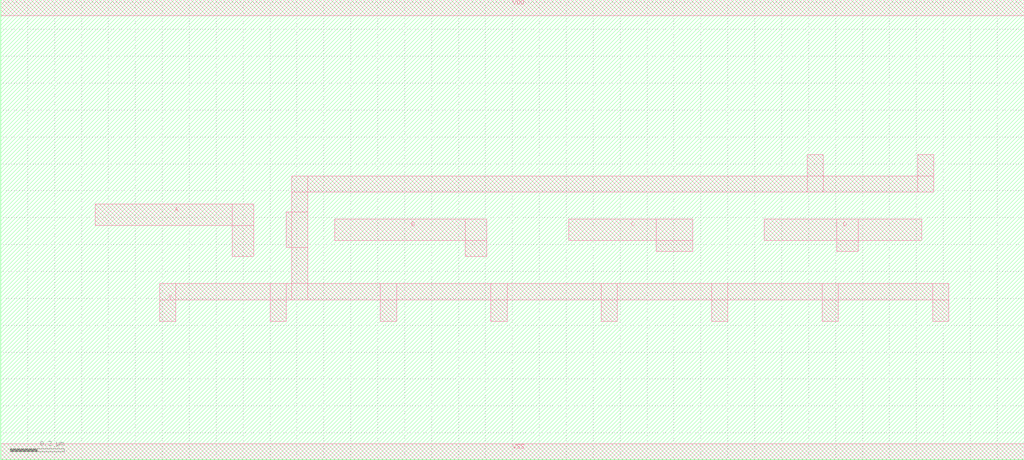
<source format=lef>
VERSION 5.8 ;

BUSBITCHARS "[]" ;

DIVIDERCHAR "/" ;

UNITS
    DATABASE MICRONS 2000 ;
END UNITS

MANUFACTURINGGRID 0.000500 ;

CLEARANCEMEASURE EUCLIDEAN ;
USEMINSPACING OBS ON ;

SITE CoreSite
    CLASS CORE ;
    SIZE 0.200000 BY 1.710000 ; 
END CoreSite

LAYER Metal1
    TYPE ROUTING ;
    DIRECTION HORIZONTAL ;
    MINWIDTH 0.060000 ;
    AREA 0.020000 ;
    WIDTH 0.060000 ;
    SPACING 0.060000 ;
    SPACING 0.090000 ENDOFLINE 0.090000 WITHIN 0.025000 ;
    SPACINGTABLE
    PARALLELRUNLENGTH
                       0.000000
      WIDTH  0.000000  0.060000
      WIDTH  0.100000  0.100000
      WIDTH  0.750000  0.250000
      WIDTH  1.500000  0.450000 ;
    PITCH 0.190000 0.190000 ;
END Metal1

LAYER Via1
    TYPE CUT ;
    SPACING 0.070000 ;
    WIDTH 0.06 ;
END Via1

LAYER Metal2
    TYPE ROUTING ;
    DIRECTION VERTICAL ;
    MINWIDTH 0.050000 ;
    AREA 0.020000 ;
    WIDTH 0.070000 ;
    SPACING 0.070000 ;
    SPACING 0.100000 ENDOFLINE 0.100000 WITHIN 0.035000 ;
    SPACINGTABLE
    PARALLELRUNLENGTH
                       0.000000
      WIDTH  0.000000  0.070000
      WIDTH  0.100000  0.150000
      WIDTH  0.750000  0.250000
      WIDTH  1.500000  0.450000 ;
    PITCH 0.200000 0.200000 ;
    PROPERTY LEF58_WIDTHTABLE
    "WIDTHTABLE 0.05 WRONGDIRECTION ; " ;
END Metal2

LAYER Via2
    TYPE CUT ;
    SPACING 0.070000 ;
    WIDTH 0.07 ;
END Via2

LAYER Metal3
    TYPE ROUTING ;
    DIRECTION HORIZONTAL ;
    MINWIDTH 0.070000 ;
    AREA 0.020000 ;
    WIDTH 0.070000 ;
    SPACING 0.070000 ;
    SPACING 0.100000 ENDOFLINE 0.100000 WITHIN 0.035000 ;
    SPACINGTABLE
    PARALLELRUNLENGTH
                       0.000000
      WIDTH  0.000000  0.070000
      WIDTH  0.100000  0.150000
      WIDTH  0.750000  0.250000
      WIDTH  1.500000  0.450000 ;
    PITCH 0.200000 0.200000 ;
END Metal3

LAYER Via3
    TYPE CUT ;
    SPACING 0.070000 ;
    WIDTH 0.07 ;
END Via3

LAYER Metal4
    TYPE ROUTING ;
    DIRECTION VERTICAL ;
    MINWIDTH 0.070000 ;
    AREA 0.020000 ;
    WIDTH 0.070000 ;
    SPACING 0.070000 ;
    SPACING 0.100000 ENDOFLINE 0.100000 WITHIN 0.035000 ;
    SPACINGTABLE
    PARALLELRUNLENGTH
                       0.000000
      WIDTH  0.000000  0.070000
      WIDTH  0.100000  0.150000
      WIDTH  0.750000  0.250000
      WIDTH  1.500000  0.450000 ;
    PITCH 0.200000 0.200000 ;
END Metal4

LAYER Via4
    TYPE CUT ;
    SPACING 0.070000 ;
    WIDTH 0.07 ;
END Via4

LAYER Metal5
    TYPE ROUTING ;
    DIRECTION HORIZONTAL ;
    MINWIDTH 0.070000 ;
    AREA 0.020000 ;
    WIDTH 0.070000 ;
    SPACING 0.070000 ;
    SPACING 0.100000 ENDOFLINE 0.100000 WITHIN 0.035000 ;
    SPACINGTABLE
    PARALLELRUNLENGTH
                       0.000000
      WIDTH  0.000000  0.070000
      WIDTH  0.100000  0.150000
      WIDTH  0.750000  0.250000
      WIDTH  1.500000  0.450000 ;
    PITCH 0.200000 0.200000 ;
END Metal5

LAYER Via5
    TYPE CUT ;
    SPACING 0.070000 ;
    WIDTH 0.07 ;
END Via5

LAYER Metal6
    TYPE ROUTING ;
    DIRECTION VERTICAL ;
    MINWIDTH 0.070000 ;
    AREA 0.020000 ;
    WIDTH 0.070000 ;
    SPACING 0.070000 ;
    SPACING 0.100000 ENDOFLINE 0.100000 WITHIN 0.035000 ;
    SPACINGTABLE
    PARALLELRUNLENGTH
                       0.000000
      WIDTH  0.000000  0.070000
      WIDTH  0.100000  0.150000
      WIDTH  0.750000  0.250000
      WIDTH  1.500000  0.450000 ;
    PITCH 0.200000 0.200000 ;
END Metal6

LAYER Via6
    TYPE CUT ;
    SPACING 0.070000 ;
    WIDTH 0.07 ;
END Via6

LAYER Metal7
    TYPE ROUTING ;
    DIRECTION HORIZONTAL ;
    MINWIDTH 0.070000 ;
    AREA 0.020000 ;
    WIDTH 0.070000 ;
    SPACING 0.070000 ;
    SPACING 0.100000 ENDOFLINE 0.100000 WITHIN 0.035000 ;
    SPACINGTABLE
    PARALLELRUNLENGTH
                       0.000000
      WIDTH  0.000000  0.070000
      WIDTH  0.100000  0.150000
      WIDTH  0.750000  0.250000
      WIDTH  1.500000  0.450000 ;
    PITCH 0.200000 0.200000 ;
END Metal7

LAYER Via7
    TYPE CUT ;
    SPACING 0.070000 ;
    WIDTH 0.07 ;
END Via7

LAYER Metal8
    TYPE ROUTING ;
    DIRECTION VERTICAL ;
    MINWIDTH 0.070000 ;
    AREA 0.020000 ;
    WIDTH 0.070000 ;
    SPACING 0.070000 ;
    SPACING 0.100000 ENDOFLINE 0.100000 WITHIN 0.035000 ;
    SPACINGTABLE
    PARALLELRUNLENGTH
                       0.000000
      WIDTH  0.000000  0.070000
      WIDTH  0.100000  0.150000
      WIDTH  0.750000  0.250000
      WIDTH  1.500000  0.450000 ;
    PITCH 0.200000 0.200000 ;
END Metal8

LAYER Via8
    TYPE CUT ;
    SPACING 0.070000 ;
    WIDTH 0.07 ;
END Via8

LAYER Metal9
    TYPE ROUTING ;
    DIRECTION HORIZONTAL ;
    MINWIDTH 0.070000 ;
    AREA 0.020000 ;
    WIDTH 0.070000 ;
    SPACING 0.070000 ;
    SPACING 0.100000 ENDOFLINE 0.100000 WITHIN 0.035000 ;
    SPACINGTABLE
    PARALLELRUNLENGTH
                       0.000000
      WIDTH  0.000000  0.070000
      WIDTH  0.100000  0.150000
      WIDTH  0.750000  0.250000
      WIDTH  1.500000  0.450000 ;
    PITCH 0.330000 0.330000 ;
END Metal9

LAYER OVERLAP
    TYPE OVERLAP ;
END OVERLAP

VIA VIA12_1C DEFAULT 
    LAYER Metal1 ;
        RECT -0.065000 -0.035000 0.065000 0.035000 ;
    LAYER Via1 ;
        RECT -0.035000 -0.035000 0.035000 0.035000 ;
    LAYER Metal2 ;
        RECT -0.035000 -0.065000 0.035000 0.065000 ;
END VIA12_1C

VIA VIA12_1C_H DEFAULT 
    LAYER Metal1 ;
        RECT -0.065000 -0.035000 0.065000 0.035000 ;
    LAYER Via1 ;
        RECT -0.035000 -0.035000 0.035000 0.035000 ;
    LAYER Metal2 ;
        RECT -0.065000 -0.035000 0.065000 0.035000 ;
END VIA12_1C_H

VIA VIA12_1C_V DEFAULT 
    LAYER Metal1 ;
        RECT -0.035000 -0.065000 0.035000 0.065000 ;
    LAYER Via1 ;
        RECT -0.035000 -0.035000 0.035000 0.035000 ;
    LAYER Metal2 ;
        RECT -0.035000 -0.065000 0.035000 0.065000 ;
END VIA12_1C_V

VIA VIA23_1C DEFAULT 
    LAYER Metal2 ;
        RECT -0.035000 -0.065000 0.035000 0.065000 ;
    LAYER Via2 ;
        RECT -0.035000 -0.035000 0.035000 0.035000 ;
    LAYER Metal3 ;
        RECT -0.065000 -0.035000 0.065000 0.035000 ;
END VIA23_1C

VIA VIA23_1C_H DEFAULT 
    LAYER Metal2 ;
        RECT -0.065000 -0.035000 0.065000 0.035000 ;
    LAYER Via2 ;
        RECT -0.035000 -0.035000 0.035000 0.035000 ;
    LAYER Metal3 ;
        RECT -0.065000 -0.035000 0.065000 0.035000 ;
END VIA23_1C_H

VIA VIA23_1C_V DEFAULT 
    LAYER Metal2 ;
        RECT -0.035000 -0.065000 0.035000 0.065000 ;
    LAYER Via2 ;
        RECT -0.035000 -0.035000 0.035000 0.035000 ;
    LAYER Metal3 ;
        RECT -0.035000 -0.065000 0.035000 0.065000 ;
END VIA23_1C_V

VIA VIA23_1ST_N DEFAULT 
    LAYER Metal2 ;
        RECT -0.035000 -0.065000 0.035000 0.325000 ;
    LAYER Via2 ;
        RECT -0.035000 -0.035000 0.035000 0.035000 ;
    LAYER Metal3 ;
        RECT -0.065000 -0.035000 0.065000 0.035000 ;
END VIA23_1ST_N

VIA VIA23_1ST_S DEFAULT 
    LAYER Metal2 ;
        RECT -0.035000 -0.325000 0.035000 0.065000 ;
    LAYER Via2 ;
        RECT -0.035000 -0.035000 0.035000 0.035000 ;
    LAYER Metal3 ;
        RECT -0.065000 -0.035000 0.065000 0.035000 ;
END VIA23_1ST_S

VIA VIA34_1C DEFAULT 
    LAYER Metal3 ;
        RECT -0.065000 -0.035000 0.065000 0.035000 ;
    LAYER Via3 ;
        RECT -0.035000 -0.035000 0.035000 0.035000 ;
    LAYER Metal4 ;
        RECT -0.035000 -0.065000 0.035000 0.065000 ;
END VIA34_1C

VIA VIA34_1C_H DEFAULT 
    LAYER Metal3 ;
        RECT -0.065000 -0.035000 0.065000 0.035000 ;
    LAYER Via3 ;
        RECT -0.035000 -0.035000 0.035000 0.035000 ;
    LAYER Metal4 ;
        RECT -0.065000 -0.035000 0.065000 0.035000 ;
END VIA34_1C_H

VIA VIA34_1C_V DEFAULT 
    LAYER Metal3 ;
        RECT -0.035000 -0.065000 0.035000 0.065000 ;
    LAYER Via3 ;
        RECT -0.035000 -0.035000 0.035000 0.035000 ;
    LAYER Metal4 ;
        RECT -0.035000 -0.065000 0.035000 0.065000 ;
END VIA34_1C_V

VIA VIA34_1ST_E DEFAULT 
    LAYER Metal3 ;
        RECT -0.065000 -0.035000 0.325000 0.035000 ;
    LAYER Via3 ;
        RECT -0.035000 -0.035000 0.035000 0.035000 ;
    LAYER Metal4 ;
        RECT -0.035000 -0.065000 0.035000 0.065000 ;
END VIA34_1ST_E

VIA VIA34_1ST_W DEFAULT 
    LAYER Metal3 ;
        RECT -0.325000 -0.035000 0.065000 0.035000 ;
    LAYER Via3 ;
        RECT -0.035000 -0.035000 0.035000 0.035000 ;
    LAYER Metal4 ;
        RECT -0.035000 -0.065000 0.035000 0.065000 ;
END VIA34_1ST_W

VIA VIA45_1C DEFAULT 
    LAYER Metal4 ;
        RECT -0.035000 -0.065000 0.035000 0.065000 ;
    LAYER Via4 ;
        RECT -0.035000 -0.035000 0.035000 0.035000 ;
    LAYER Metal5 ;
        RECT -0.065000 -0.035000 0.065000 0.035000 ;
END VIA45_1C

VIA VIA45_1C_H DEFAULT 
    LAYER Metal4 ;
        RECT -0.065000 -0.035000 0.065000 0.035000 ;
    LAYER Via4 ;
        RECT -0.035000 -0.035000 0.035000 0.035000 ;
    LAYER Metal5 ;
        RECT -0.065000 -0.035000 0.065000 0.035000 ;
END VIA45_1C_H

VIA VIA45_1C_V DEFAULT 
    LAYER Metal4 ;
        RECT -0.035000 -0.065000 0.035000 0.065000 ;
    LAYER Via4 ;
        RECT -0.035000 -0.035000 0.035000 0.035000 ;
    LAYER Metal5 ;
        RECT -0.035000 -0.065000 0.035000 0.065000 ;
END VIA45_1C_V

VIA VIA45_1ST_N DEFAULT 
    LAYER Metal4 ;
        RECT -0.035000 -0.065000 0.035000 0.325000 ;
    LAYER Via4 ;
        RECT -0.035000 -0.035000 0.035000 0.035000 ;
    LAYER Metal5 ;
        RECT -0.065000 -0.035000 0.065000 0.035000 ;
END VIA45_1ST_N

VIA VIA45_1ST_S DEFAULT 
    LAYER Metal4 ;
        RECT -0.035000 -0.325000 0.035000 0.065000 ;
    LAYER Via4 ;
        RECT -0.035000 -0.035000 0.035000 0.035000 ;
    LAYER Metal5 ;
        RECT -0.065000 -0.035000 0.065000 0.035000 ;
END VIA45_1ST_S

VIA VIA5_0_VH DEFAULT 
    LAYER Metal5 ;
        RECT -0.035000 -0.065000 0.035000 0.065000 ;
    LAYER Via5 ;
        RECT -0.035000 -0.035000 0.035000 0.035000 ;
    LAYER Metal6 ;
        RECT -0.065000 -0.035000 0.065000 0.035000 ;
END VIA5_0_VH

VIA VIA6_0_HV DEFAULT 
    LAYER Metal6 ;
        RECT -0.260000 -0.200000 0.260000 0.200000 ;
    LAYER Via6 ;
        RECT -0.180000 -0.180000 0.180000 0.180000 ;
    LAYER Metal7 ;
        RECT -0.200000 -0.260000 0.200000 0.260000 ;
END VIA6_0_HV

VIA VIA7_0_VH DEFAULT 
    LAYER Metal7 ;
        RECT -0.200000 -0.260000 0.200000 0.260000 ;
    LAYER Via7 ;
        RECT -0.180000 -0.180000 0.180000 0.180000 ;
    LAYER Metal8 ;
        RECT -0.260000 -0.200000 0.260000 0.200000 ;
END VIA7_0_VH

VIA VIA8_0_VH DEFAULT 
    LAYER Metal8 ;
        RECT -0.200000 -0.260000 0.200000 0.260000 ;
    LAYER Via8 ;
        RECT -0.180000 -0.180000 0.180000 0.180000 ;
    LAYER Metal9 ;
        RECT -0.260000 -0.200000 0.260000 0.200000 ;
END VIA8_0_VH


MACRO AOI221X2
    CLASS CORE ;
    FOREIGN AOI221X2 0.000000 0.000000 ;
    ORIGIN 0.000000 0.000000 ;
    SIZE 2.600000 BY 1.710000 ;
    SYMMETRY X Y ;
    SITE CoreSite ; 
    PIN A0
        DIRECTION INPUT ;
        USE SIGNAL ;
        PORT
        LAYER Metal1 ;
        RECT 0.235000 0.625000 0.365000 0.715000 ;
        RECT 0.285000 0.610000 0.960000 0.690000 ;
        RECT 0.285000 0.610000 0.365000 0.715000 ;
        RECT 0.235000 0.625000 0.960000 0.690000 ;
        END
    END A0
    PIN A1
        DIRECTION INPUT ;
        USE SIGNAL ;
        PORT
        LAYER Metal1 ;
        RECT 0.660000 0.765000 0.740000 1.065000 ;
        END
    END A1
    PIN B0
        DIRECTION INPUT ;
        USE SIGNAL ;
        PORT
        LAYER Metal1 ;
        RECT 1.635000 0.625000 1.765000 0.715000 ;
        RECT 1.240000 0.635000 1.935000 0.715000 ;
        END
    END B0
    PIN B1
        DIRECTION INPUT ;
        USE SIGNAL ;
        PORT
        LAYER Metal1 ;
        RECT 1.435000 0.815000 1.935000 0.895000 ;
        END
    END B1
    PIN C0
        DIRECTION INPUT ;
        USE SIGNAL ;
        PORT
        LAYER Metal1 ;
        RECT 2.065000 0.815000 2.565000 0.895000 ;
        END
    END C0
    PIN VDD
        DIRECTION INOUT ;
        SHAPE ABUTMENT ;
        USE POWER ;
        PORT
        LAYER Metal1 ;
        RECT 0.000000 1.650000 2.600000 1.710000 ;
        END
    END VDD
    PIN VSS
        DIRECTION INOUT ;
        SHAPE ABUTMENT ;
        USE GROUND ;
        PORT
        LAYER Metal1 ;
        RECT 0.000000 0.000000 2.600000 0.060000 ;
        END
    END VSS
    PIN Y
        DIRECTION OUTPUT ;
        USE SIGNAL ;
        PORT
        LAYER Metal1 ;
        RECT 1.060000 0.790000 1.140000 0.920000 ;
        RECT 2.220000 0.995000 2.280000 1.135000 ;
        RECT 1.080000 0.995000 2.280000 1.055000 ;
        RECT 1.080000 0.450000 1.140000 1.055000 ;
        RECT 0.605000 0.450000 2.170000 0.510000 ;
        END
    END Y
END AOI221X2

MACRO NAND3X2
    CLASS CORE ;
    FOREIGN NAND3X2 0.000000 0.000000 ;
    ORIGIN 0.000000 0.000000 ;
    SIZE 1.600000 BY 1.710000 ;
    SYMMETRY X Y ;
    SITE CoreSite ; 
    PIN A
        DIRECTION INPUT ;
        USE SIGNAL ;
        PORT
        LAYER Metal1 ;
        RECT 0.260000 0.600000 0.370000 0.735000 ;
        RECT 1.240000 0.495000 1.300000 0.735000 ;
        RECT 0.310000 0.495000 1.300000 0.555000 ;
        RECT 0.310000 0.495000 0.370000 0.735000 ;
        END
    END A
    PIN B
        DIRECTION INPUT ;
        USE SIGNAL ;
        PORT
        LAYER Metal1 ;
        RECT 1.060000 0.655000 1.140000 0.920000 ;
        RECT 0.470000 0.655000 1.140000 0.715000 ;
        END
    END B
    PIN C
        DIRECTION INPUT ;
        USE SIGNAL ;
        PORT
        LAYER Metal1 ;
        RECT 0.520000 0.815000 0.765000 0.955000 ;
        RECT 0.520000 0.815000 0.960000 0.895000 ;
        END
    END C
    PIN VDD
        DIRECTION INOUT ;
        SHAPE ABUTMENT ;
        USE POWER ;
        PORT
        LAYER Metal1 ;
        RECT 0.000000 1.650000 1.600000 1.710000 ;
        END
    END VDD
    PIN VSS
        DIRECTION INOUT ;
        SHAPE ABUTMENT ;
        USE GROUND ;
        PORT
        LAYER Metal1 ;
        RECT 0.000000 0.000000 1.600000 0.060000 ;
        END
    END VSS
    PIN Y
        DIRECTION OUTPUT ;
        USE SIGNAL ;
        PORT
        LAYER Metal1 ;
        RECT 1.435000 1.005000 1.565000 1.115000 ;
        RECT 0.360000 1.055000 0.430000 1.335000 ;
        RECT 1.505000 0.335000 1.565000 1.115000 ;
        RECT 1.190000 1.055000 1.250000 1.335000 ;
        RECT 0.795000 0.335000 1.565000 0.395000 ;
        RECT 0.780000 1.055000 0.840000 1.335000 ;
        RECT 0.360000 1.055000 1.565000 1.115000 ;
        END
    END Y
END NAND3X2

MACRO AOI222X1
    CLASS CORE ;
    FOREIGN AOI222X1 0.000000 0.000000 ;
    ORIGIN 0.000000 0.000000 ;
    SIZE 1.800000 BY 1.710000 ;
    SYMMETRY X Y ;
    SITE CoreSite ; 
    PIN A0
        DIRECTION INPUT ;
        USE SIGNAL ;
        PORT
        LAYER Metal1 ;
        RECT 0.260000 0.490000 0.340000 0.990000 ;
        END
    END A0
    PIN A1
        DIRECTION INPUT ;
        USE SIGNAL ;
        PORT
        LAYER Metal1 ;
        RECT 0.460000 0.220000 0.545000 0.715000 ;
        END
    END A1
    PIN B0
        DIRECTION INPUT ;
        USE SIGNAL ;
        PORT
        LAYER Metal1 ;
        RECT 0.880000 0.860000 1.095000 1.100000 ;
        RECT 0.860000 0.755000 0.940000 0.920000 ;
        RECT 0.880000 0.755000 0.940000 1.100000 ;
        RECT 0.860000 0.860000 1.095000 0.920000 ;
        END
    END B0
    PIN B1
        DIRECTION INPUT ;
        USE SIGNAL ;
        PORT
        LAYER Metal1 ;
        RECT 0.660000 0.620000 0.760000 0.920000 ;
        RECT 0.680000 0.620000 0.760000 1.100000 ;
        END
    END B1
    PIN C0
        DIRECTION INPUT ;
        USE SIGNAL ;
        PORT
        LAYER Metal1 ;
        RECT 1.195000 0.790000 1.340000 0.920000 ;
        RECT 1.195000 0.790000 1.275000 1.225000 ;
        END
    END C0
    PIN C1
        DIRECTION INPUT ;
        USE SIGNAL ;
        PORT
        LAYER Metal1 ;
        RECT 1.440000 0.620000 1.540000 1.100000 ;
        END
    END C1
    PIN VDD
        DIRECTION INOUT ;
        SHAPE ABUTMENT ;
        USE POWER ;
        PORT
        LAYER Metal1 ;
        RECT 0.000000 1.650000 1.800000 1.710000 ;
        END
    END VDD
    PIN VSS
        DIRECTION INOUT ;
        SHAPE ABUTMENT ;
        USE GROUND ;
        PORT
        LAYER Metal1 ;
        RECT 0.000000 0.000000 1.800000 0.060000 ;
        END
    END VSS
    PIN Y
        DIRECTION OUTPUT ;
        USE SIGNAL ;
        PORT
        LAYER Metal1 ;
        RECT 1.450000 0.410000 1.720000 0.520000 ;
        RECT 1.660000 0.980000 1.740000 1.260000 ;
        RECT 1.660000 0.410000 1.720000 1.260000 ;
        RECT 1.375000 1.200000 1.740000 1.260000 ;
        RECT 1.375000 1.200000 1.435000 1.320000 ;
        RECT 0.760000 0.460000 1.720000 0.520000 ;
        RECT 0.760000 0.380000 0.820000 0.520000 ;
        END
    END Y
END AOI222X1

MACRO NOR4X4
    CLASS CORE ;
    FOREIGN NOR4X4 0.000000 0.000000 ;
    ORIGIN 0.000000 0.000000 ;
    SIZE 3.800000 BY 1.710000 ;
    SYMMETRY X Y ;
    SITE CoreSite ; 
    PIN A
        DIRECTION INPUT ;
        USE SIGNAL ;
        PORT
        LAYER Metal1 ;
        RECT 0.860000 0.755000 0.940000 0.950000 ;
        RECT 0.350000 0.870000 0.940000 0.950000 ;
        END
    END A
    PIN B
        DIRECTION INPUT ;
        USE SIGNAL ;
        PORT
        LAYER Metal1 ;
        RECT 1.725000 0.755000 1.805000 0.895000 ;
        RECT 1.240000 0.815000 1.805000 0.895000 ;
        END
    END B
    PIN C
        DIRECTION INPUT ;
        USE SIGNAL ;
        PORT
        LAYER Metal1 ;
        RECT 2.435000 0.775000 2.570000 0.895000 ;
        RECT 2.110000 0.815000 2.570000 0.895000 ;
        END
    END C
    PIN D
        DIRECTION INPUT ;
        USE SIGNAL ;
        PORT
        LAYER Metal1 ;
        RECT 3.105000 0.775000 3.185000 0.895000 ;
        RECT 2.835000 0.815000 3.420000 0.895000 ;
        END
    END D
    PIN VDD
        DIRECTION INOUT ;
        SHAPE ABUTMENT ;
        USE POWER ;
        PORT
        LAYER Metal1 ;
        RECT 0.000000 1.650000 3.800000 1.710000 ;
        END
    END VDD
    PIN VSS
        DIRECTION INOUT ;
        SHAPE ABUTMENT ;
        USE GROUND ;
        PORT
        LAYER Metal1 ;
        RECT 0.000000 0.000000 3.800000 0.060000 ;
        END
    END VSS
    PIN Y
        DIRECTION OUTPUT ;
        USE SIGNAL ;
        PORT
        LAYER Metal1 ;
        RECT 1.060000 0.790000 1.140000 0.920000 ;
        RECT 3.460000 0.515000 3.520000 0.655000 ;
        RECT 3.405000 0.995000 3.465000 1.135000 ;
        RECT 3.050000 0.515000 3.110000 0.655000 ;
        RECT 2.995000 0.995000 3.055000 1.135000 ;
        RECT 2.640000 0.515000 2.700000 0.655000 ;
        RECT 2.230000 0.515000 2.290000 0.655000 ;
        RECT 1.820000 0.515000 1.880000 0.655000 ;
        RECT 1.410000 0.515000 1.470000 0.655000 ;
        RECT 1.080000 0.995000 3.465000 1.055000 ;
        RECT 1.080000 0.595000 1.140000 1.055000 ;
        RECT 1.000000 0.515000 1.060000 0.655000 ;
        RECT 0.590000 0.595000 3.520000 0.655000 ;
        RECT 0.590000 0.515000 0.650000 0.655000 ;
        END
    END Y
END NOR4X4

MACRO NOR4X2
    CLASS CORE ;
    FOREIGN NOR4X2 0.000000 0.000000 ;
    ORIGIN 0.000000 0.000000 ;
    SIZE 2.000000 BY 1.710000 ;
    SYMMETRY X Y ;
    SITE CoreSite ; 
    PIN A
        DIRECTION INPUT ;
        USE SIGNAL ;
        PORT
        LAYER Metal1 ;
        RECT 1.660000 0.980000 1.740000 1.185000 ;
        RECT 1.680000 0.820000 1.740000 1.185000 ;
        RECT 0.260000 1.125000 1.740000 1.185000 ;
        RECT 0.260000 0.820000 0.320000 1.185000 ;
        END
    END A
    PIN B
        DIRECTION INPUT ;
        USE SIGNAL ;
        PORT
        LAYER Metal1 ;
        RECT 0.460000 0.790000 0.540000 0.920000 ;
        RECT 1.435000 0.845000 1.495000 1.025000 ;
        RECT 0.480000 0.965000 1.495000 1.025000 ;
        RECT 0.480000 0.790000 0.540000 1.025000 ;
        RECT 0.420000 0.835000 0.540000 0.895000 ;
        END
    END B
    PIN C
        DIRECTION INPUT ;
        USE SIGNAL ;
        PORT
        LAYER Metal1 ;
        RECT 1.275000 0.625000 1.565000 0.705000 ;
        RECT 1.275000 0.625000 1.335000 0.865000 ;
        RECT 0.640000 0.805000 1.335000 0.865000 ;
        END
    END C
    PIN D
        DIRECTION INPUT ;
        USE SIGNAL ;
        PORT
        LAYER Metal1 ;
        RECT 0.640000 0.625000 1.140000 0.705000 ;
        END
    END D
    PIN VDD
        DIRECTION INOUT ;
        SHAPE ABUTMENT ;
        USE POWER ;
        PORT
        LAYER Metal1 ;
        RECT 0.000000 1.650000 2.000000 1.710000 ;
        END
    END VDD
    PIN VSS
        DIRECTION INOUT ;
        SHAPE ABUTMENT ;
        USE GROUND ;
        PORT
        LAYER Metal1 ;
        RECT 0.000000 0.000000 2.000000 0.060000 ;
        END
    END VSS
    PIN Y
        DIRECTION OUTPUT ;
        USE SIGNAL ;
        PORT
        LAYER Metal1 ;
        RECT 1.860000 1.170000 1.940000 1.345000 ;
        RECT 1.595000 0.445000 1.715000 0.525000 ;
        RECT 1.155000 0.445000 1.275000 0.525000 ;
        RECT 0.715000 0.445000 0.835000 0.525000 ;
        RECT 1.880000 0.465000 1.940000 1.345000 ;
        RECT 1.010000 1.285000 1.940000 1.345000 ;
        RECT 0.345000 0.465000 1.940000 0.525000 ;
        RECT 0.275000 0.445000 0.395000 0.505000 ;
        END
    END Y
END NOR4X2

MACRO NAND4X2
    CLASS CORE ;
    FOREIGN NAND4X2 0.000000 0.000000 ;
    ORIGIN 0.000000 0.000000 ;
    SIZE 2.200000 BY 1.710000 ;
    SYMMETRY X Y ;
    SITE CoreSite ; 
    PIN A
        DIRECTION INPUT ;
        USE SIGNAL ;
        PORT
        LAYER Metal1 ;
        RECT 1.860000 0.820000 1.940000 1.185000 ;
        RECT 0.260000 1.125000 1.940000 1.185000 ;
        RECT 0.260000 0.820000 0.320000 1.185000 ;
        END
    END A
    PIN B
        DIRECTION INPUT ;
        USE SIGNAL ;
        PORT
        LAYER Metal1 ;
        RECT 0.460000 0.790000 0.540000 0.920000 ;
        RECT 1.600000 0.845000 1.660000 1.025000 ;
        RECT 0.480000 0.965000 1.660000 1.025000 ;
        RECT 0.480000 0.790000 0.540000 1.025000 ;
        RECT 0.420000 0.835000 0.540000 0.895000 ;
        END
    END B
    PIN C
        DIRECTION INPUT ;
        USE SIGNAL ;
        PORT
        LAYER Metal1 ;
        RECT 1.235000 0.625000 1.395000 0.705000 ;
        RECT 1.335000 0.625000 1.395000 0.865000 ;
        RECT 0.685000 0.805000 1.395000 0.865000 ;
        END
    END C
    PIN D
        DIRECTION INPUT ;
        USE SIGNAL ;
        PORT
        LAYER Metal1 ;
        RECT 0.860000 0.625000 1.135000 0.705000 ;
        RECT 0.860000 0.400000 0.940000 0.705000 ;
        END
    END D
    PIN VDD
        DIRECTION INOUT ;
        SHAPE ABUTMENT ;
        USE POWER ;
        PORT
        LAYER Metal1 ;
        RECT 0.000000 1.650000 2.200000 1.710000 ;
        END
    END VDD
    PIN VSS
        DIRECTION INOUT ;
        SHAPE ABUTMENT ;
        USE GROUND ;
        PORT
        LAYER Metal1 ;
        RECT 0.000000 0.000000 2.200000 0.060000 ;
        END
    END VSS
    PIN Y
        DIRECTION OUTPUT ;
        USE SIGNAL ;
        PORT
        LAYER Metal1 ;
        RECT 2.060000 1.170000 2.140000 1.345000 ;
        RECT 2.060000 0.465000 2.120000 1.345000 ;
        RECT 1.730000 1.285000 1.790000 1.405000 ;
        RECT 1.260000 1.285000 1.320000 1.405000 ;
        RECT 1.185000 0.465000 2.120000 0.525000 ;
        RECT 1.070000 0.445000 1.235000 0.505000 ;
        RECT 0.790000 1.285000 0.850000 1.405000 ;
        RECT 0.320000 1.285000 2.140000 1.345000 ;
        RECT 0.320000 1.285000 0.380000 1.405000 ;
        END
    END Y
END NAND4X2

MACRO BUFX3
    CLASS CORE ;
    FOREIGN BUFX3 0.000000 0.000000 ;
    ORIGIN 0.000000 0.000000 ;
    SIZE 1.200000 BY 1.710000 ;
    SYMMETRY X Y ;
    SITE CoreSite ; 
    PIN A
        DIRECTION INPUT ;
        USE SIGNAL ;
        PORT
        LAYER Metal1 ;
        RECT 0.860000 0.720000 0.940000 1.220000 ;
        END
    END A
    PIN VDD
        DIRECTION INOUT ;
        SHAPE ABUTMENT ;
        USE POWER ;
        PORT
        LAYER Metal1 ;
        RECT 0.000000 1.650000 1.200000 1.710000 ;
        END
    END VDD
    PIN VSS
        DIRECTION INOUT ;
        SHAPE ABUTMENT ;
        USE GROUND ;
        PORT
        LAYER Metal1 ;
        RECT 0.000000 0.000000 1.200000 0.060000 ;
        END
    END VSS
    PIN Y
        DIRECTION OUTPUT ;
        USE SIGNAL ;
        PORT
        LAYER Metal1 ;
        RECT 0.260000 0.980000 0.340000 1.110000 ;
        RECT 0.625000 1.050000 0.685000 1.440000 ;
        RECT 0.585000 0.345000 0.645000 0.465000 ;
        RECT 0.540000 0.405000 0.645000 0.465000 ;
        RECT 0.540000 0.405000 0.600000 0.620000 ;
        RECT 0.260000 0.560000 0.320000 1.110000 ;
        RECT 0.215000 1.050000 0.685000 1.110000 ;
        RECT 0.215000 1.050000 0.275000 1.440000 ;
        RECT 0.175000 0.560000 0.600000 0.620000 ;
        RECT 0.175000 0.480000 0.235000 0.620000 ;
        END
    END Y
END BUFX3

MACRO AOI22X2
    CLASS CORE ;
    FOREIGN AOI22X2 0.000000 0.000000 ;
    ORIGIN 0.000000 0.000000 ;
    SIZE 2.200000 BY 1.710000 ;
    SYMMETRY X Y ;
    SITE CoreSite ; 
    PIN A0
        DIRECTION INPUT ;
        USE SIGNAL ;
        PORT
        LAYER Metal1 ;
        RECT 0.840000 0.635000 1.065000 0.715000 ;
        RECT 0.840000 0.575000 0.920000 0.715000 ;
        RECT 0.480000 0.575000 0.920000 0.655000 ;
        RECT 0.480000 0.575000 0.560000 0.705000 ;
        RECT 0.235000 0.625000 0.560000 0.705000 ;
        END
    END A0
    PIN A1
        DIRECTION INPUT ;
        USE SIGNAL ;
        PORT
        LAYER Metal1 ;
        RECT 0.655000 0.715000 0.745000 0.960000 ;
        END
    END A1
    PIN B0
        DIRECTION INPUT ;
        USE SIGNAL ;
        PORT
        LAYER Metal1 ;
        RECT 1.840000 0.580000 1.960000 0.895000 ;
        RECT 1.840000 0.815000 2.165000 0.895000 ;
        RECT 1.500000 0.580000 1.960000 0.640000 ;
        RECT 1.500000 0.580000 1.560000 0.715000 ;
        RECT 1.325000 0.655000 1.560000 0.715000 ;
        END
    END B0
    PIN B1
        DIRECTION INPUT ;
        USE SIGNAL ;
        PORT
        LAYER Metal1 ;
        RECT 1.660000 0.740000 1.740000 1.030000 ;
        END
    END B1
    PIN VDD
        DIRECTION INOUT ;
        SHAPE ABUTMENT ;
        USE POWER ;
        PORT
        LAYER Metal1 ;
        RECT 0.000000 1.650000 2.200000 1.710000 ;
        END
    END VDD
    PIN VSS
        DIRECTION INOUT ;
        SHAPE ABUTMENT ;
        USE GROUND ;
        PORT
        LAYER Metal1 ;
        RECT 0.000000 0.000000 2.200000 0.060000 ;
        END
    END VSS
    PIN Y
        DIRECTION OUTPUT ;
        USE SIGNAL ;
        PORT
        LAYER Metal1 ;
        RECT 1.035000 0.815000 1.225000 0.895000 ;
        RECT 1.840000 0.995000 1.900000 1.165000 ;
        RECT 1.430000 1.105000 1.900000 1.165000 ;
        RECT 1.430000 0.835000 1.490000 1.165000 ;
        RECT 1.165000 0.415000 1.225000 0.895000 ;
        RECT 1.035000 0.835000 1.490000 0.895000 ;
        RECT 0.710000 0.415000 1.685000 0.475000 ;
        END
    END Y
END AOI22X2

MACRO OR4X1
    CLASS CORE ;
    FOREIGN OR4X1 0.000000 0.000000 ;
    ORIGIN 0.000000 0.000000 ;
    SIZE 1.400000 BY 1.710000 ;
    SYMMETRY X Y ;
    SITE CoreSite ; 
    PIN A
        DIRECTION INPUT ;
        USE SIGNAL ;
        PORT
        LAYER Metal1 ;
        RECT 1.060000 0.475000 1.140000 0.765000 ;
        RECT 0.850000 0.685000 1.140000 0.765000 ;
        END
    END A
    PIN B
        DIRECTION INPUT ;
        USE SIGNAL ;
        PORT
        LAYER Metal1 ;
        RECT 0.460000 0.980000 0.590000 1.070000 ;
        RECT 0.510000 0.660000 0.590000 1.070000 ;
        RECT 0.460000 0.980000 0.540000 1.110000 ;
        END
    END B
    PIN C
        DIRECTION INPUT ;
        USE SIGNAL ;
        PORT
        LAYER Metal1 ;
        RECT 0.330000 0.590000 0.410000 0.870000 ;
        RECT 0.260000 0.790000 0.410000 0.870000 ;
        RECT 0.260000 0.790000 0.340000 1.020000 ;
        END
    END C
    PIN D
        DIRECTION INPUT ;
        USE SIGNAL ;
        PORT
        LAYER Metal1 ;
        RECT 0.060000 0.590000 0.160000 0.795000 ;
        RECT 0.030000 0.735000 0.120000 1.040000 ;
        RECT 0.060000 0.590000 0.120000 1.040000 ;
        RECT 0.030000 0.735000 0.160000 0.795000 ;
        END
    END D
    PIN VDD
        DIRECTION INOUT ;
        SHAPE ABUTMENT ;
        USE POWER ;
        PORT
        LAYER Metal1 ;
        RECT 0.000000 1.650000 1.400000 1.710000 ;
        END
    END VDD
    PIN VSS
        DIRECTION INOUT ;
        SHAPE ABUTMENT ;
        USE GROUND ;
        PORT
        LAYER Metal1 ;
        RECT 0.000000 0.000000 1.400000 0.060000 ;
        END
    END VSS
    PIN Y
        DIRECTION OUTPUT ;
        USE SIGNAL ;
        PORT
        LAYER Metal1 ;
        RECT 1.240000 0.410000 1.340000 0.540000 ;
        RECT 1.240000 0.395000 1.300000 1.385000 ;
        END
    END Y
END OR4X1

MACRO NAND3X1
    CLASS CORE ;
    FOREIGN NAND3X1 0.000000 0.000000 ;
    ORIGIN 0.000000 0.000000 ;
    SIZE 1.000000 BY 1.710000 ;
    SYMMETRY X Y ;
    SITE CoreSite ; 
    PIN A
        DIRECTION INPUT ;
        USE SIGNAL ;
        PORT
        LAYER Metal1 ;
        RECT 0.260000 0.600000 0.340000 1.100000 ;
        END
    END A
    PIN B
        DIRECTION INPUT ;
        USE SIGNAL ;
        PORT
        LAYER Metal1 ;
        RECT 0.480000 0.480000 0.560000 0.890000 ;
        RECT 0.460000 0.410000 0.540000 0.540000 ;
        RECT 0.480000 0.410000 0.540000 0.890000 ;
        RECT 0.460000 0.480000 0.560000 0.540000 ;
        END
    END B
    PIN C
        DIRECTION INPUT ;
        USE SIGNAL ;
        PORT
        LAYER Metal1 ;
        RECT 0.660000 0.600000 0.740000 1.100000 ;
        END
    END C
    PIN VDD
        DIRECTION INOUT ;
        SHAPE ABUTMENT ;
        USE POWER ;
        PORT
        LAYER Metal1 ;
        RECT 0.000000 1.650000 1.000000 1.710000 ;
        END
    END VDD
    PIN VSS
        DIRECTION INOUT ;
        SHAPE ABUTMENT ;
        USE GROUND ;
        PORT
        LAYER Metal1 ;
        RECT 0.000000 0.000000 1.000000 0.060000 ;
        END
    END VSS
    PIN Y
        DIRECTION OUTPUT ;
        USE SIGNAL ;
        PORT
        LAYER Metal1 ;
        RECT 0.860000 1.200000 0.940000 1.490000 ;
        RECT 0.860000 0.440000 0.920000 1.490000 ;
        RECT 0.745000 0.440000 0.920000 0.500000 ;
        RECT 0.745000 0.380000 0.805000 0.500000 ;
        RECT 0.425000 1.200000 0.940000 1.260000 ;
        RECT 0.425000 1.200000 0.485000 1.480000 ;
        END
    END Y
END NAND3X1

MACRO NOR2X1
    CLASS CORE ;
    FOREIGN NOR2X1 0.000000 0.000000 ;
    ORIGIN 0.000000 0.000000 ;
    SIZE 0.800000 BY 1.710000 ;
    SYMMETRY X Y ;
    SITE CoreSite ; 
    PIN A
        DIRECTION INPUT ;
        USE SIGNAL ;
        PORT
        LAYER Metal1 ;
        RECT 0.260000 0.570000 0.340000 1.070000 ;
        END
    END A
    PIN B
        DIRECTION INPUT ;
        USE SIGNAL ;
        PORT
        LAYER Metal1 ;
        RECT 0.460000 0.980000 0.560000 1.085000 ;
        RECT 0.480000 0.730000 0.560000 1.085000 ;
        RECT 0.460000 0.980000 0.540000 1.210000 ;
        RECT 0.480000 0.730000 0.540000 1.210000 ;
        END
    END B
    PIN VDD
        DIRECTION INOUT ;
        SHAPE ABUTMENT ;
        USE POWER ;
        PORT
        LAYER Metal1 ;
        RECT 0.000000 1.650000 0.800000 1.710000 ;
        END
    END VDD
    PIN VSS
        DIRECTION INOUT ;
        SHAPE ABUTMENT ;
        USE GROUND ;
        PORT
        LAYER Metal1 ;
        RECT 0.000000 0.000000 0.800000 0.060000 ;
        END
    END VSS
    PIN Y
        DIRECTION OUTPUT ;
        USE SIGNAL ;
        PORT
        LAYER Metal1 ;
        RECT 0.660000 0.600000 0.740000 0.730000 ;
        RECT 0.660000 0.570000 0.720000 1.290000 ;
        RECT 0.460000 0.570000 0.720000 0.630000 ;
        RECT 0.460000 0.490000 0.520000 0.630000 ;
        END
    END Y
END NOR2X1

MACRO AOI221X1
    CLASS CORE ;
    FOREIGN AOI221X1 0.000000 0.000000 ;
    ORIGIN 0.000000 0.000000 ;
    SIZE 1.800000 BY 1.710000 ;
    SYMMETRY X Y ;
    SITE CoreSite ; 
    PIN A0
        DIRECTION INPUT ;
        USE SIGNAL ;
        PORT
        LAYER Metal1 ;
        RECT 0.260000 0.450000 0.340000 0.950000 ;
        END
    END A0
    PIN A1
        DIRECTION INPUT ;
        USE SIGNAL ;
        PORT
        LAYER Metal1 ;
        RECT 0.460000 0.220000 0.540000 0.720000 ;
        END
    END A1
    PIN B0
        DIRECTION INPUT ;
        USE SIGNAL ;
        PORT
        LAYER Metal1 ;
        RECT 1.060000 0.580000 1.140000 1.080000 ;
        END
    END B0
    PIN B1
        DIRECTION INPUT ;
        USE SIGNAL ;
        PORT
        LAYER Metal1 ;
        RECT 0.860000 0.580000 0.940000 1.080000 ;
        END
    END B1
    PIN C0
        DIRECTION INPUT ;
        USE SIGNAL ;
        PORT
        LAYER Metal1 ;
        RECT 1.260000 0.650000 1.380000 0.730000 ;
        RECT 1.260000 0.580000 1.340000 1.040000 ;
        END
    END C0
    PIN VDD
        DIRECTION INOUT ;
        SHAPE ABUTMENT ;
        USE POWER ;
        PORT
        LAYER Metal1 ;
        RECT 0.000000 1.650000 1.800000 1.710000 ;
        END
    END VDD
    PIN VSS
        DIRECTION INOUT ;
        SHAPE ABUTMENT ;
        USE GROUND ;
        PORT
        LAYER Metal1 ;
        RECT 0.000000 0.000000 1.800000 0.060000 ;
        END
    END VSS
    PIN Y
        DIRECTION OUTPUT ;
        USE SIGNAL ;
        PORT
        LAYER Metal1 ;
        RECT 1.460000 0.220000 1.540000 0.480000 ;
        RECT 1.480000 0.220000 1.540000 1.460000 ;
        RECT 0.870000 0.420000 1.540000 0.480000 ;
        RECT 0.800000 0.400000 0.920000 0.460000 ;
        END
    END Y
END AOI221X1

MACRO NAND4X1
    CLASS CORE ;
    FOREIGN NAND4X1 0.000000 0.000000 ;
    ORIGIN 0.000000 0.000000 ;
    SIZE 1.200000 BY 1.710000 ;
    SYMMETRY X Y ;
    SITE CoreSite ; 
    PIN A
        DIRECTION INPUT ;
        USE SIGNAL ;
        PORT
        LAYER Metal1 ;
        RECT 0.230000 0.650000 0.340000 0.920000 ;
        RECT 0.030000 0.840000 0.340000 0.920000 ;
        END
    END A
    PIN B
        DIRECTION INPUT ;
        USE SIGNAL ;
        PORT
        LAYER Metal1 ;
        RECT 0.480000 0.460000 0.560000 0.890000 ;
        RECT 0.460000 0.460000 0.560000 0.540000 ;
        RECT 0.460000 0.410000 0.540000 0.540000 ;
        RECT 0.480000 0.410000 0.540000 0.890000 ;
        END
    END B
    PIN C
        DIRECTION INPUT ;
        USE SIGNAL ;
        PORT
        LAYER Metal1 ;
        RECT 0.660000 0.220000 0.740000 0.830000 ;
        END
    END C
    PIN D
        DIRECTION INPUT ;
        USE SIGNAL ;
        PORT
        LAYER Metal1 ;
        RECT 0.860000 0.410000 0.940000 0.910000 ;
        END
    END D
    PIN VDD
        DIRECTION INOUT ;
        SHAPE ABUTMENT ;
        USE POWER ;
        PORT
        LAYER Metal1 ;
        RECT 0.000000 1.650000 1.200000 1.710000 ;
        END
    END VDD
    PIN VSS
        DIRECTION INOUT ;
        SHAPE ABUTMENT ;
        USE GROUND ;
        PORT
        LAYER Metal1 ;
        RECT 0.000000 0.000000 1.200000 0.060000 ;
        END
    END VSS
    PIN Y
        DIRECTION OUTPUT ;
        USE SIGNAL ;
        PORT
        LAYER Metal1 ;
        RECT 1.040000 0.790000 1.140000 1.080000 ;
        RECT 1.040000 0.540000 1.100000 1.080000 ;
        RECT 0.790000 1.020000 0.850000 1.300000 ;
        RECT 0.370000 1.020000 1.140000 1.080000 ;
        RECT 0.370000 1.020000 0.430000 1.300000 ;
        END
    END Y
END NAND4X1

MACRO AOI22X1
    CLASS CORE ;
    FOREIGN AOI22X1 0.000000 0.000000 ;
    ORIGIN 0.000000 0.000000 ;
    SIZE 1.400000 BY 1.710000 ;
    SYMMETRY X Y ;
    SITE CoreSite ; 
    PIN A0
        DIRECTION INPUT ;
        USE SIGNAL ;
        PORT
        LAYER Metal1 ;
        RECT 0.260000 0.600000 0.340000 1.100000 ;
        END
    END A0
    PIN A1
        DIRECTION INPUT ;
        USE SIGNAL ;
        PORT
        LAYER Metal1 ;
        RECT 0.480000 0.270000 0.560000 0.700000 ;
        RECT 0.460000 0.270000 0.560000 0.350000 ;
        RECT 0.460000 0.220000 0.540000 0.350000 ;
        RECT 0.480000 0.220000 0.540000 0.700000 ;
        END
    END A1
    PIN B0
        DIRECTION INPUT ;
        USE SIGNAL ;
        PORT
        LAYER Metal1 ;
        RECT 1.060000 0.450000 1.140000 0.950000 ;
        END
    END B0
    PIN B1
        DIRECTION INPUT ;
        USE SIGNAL ;
        PORT
        LAYER Metal1 ;
        RECT 0.860000 0.410000 0.940000 0.910000 ;
        END
    END B1
    PIN VDD
        DIRECTION INOUT ;
        SHAPE ABUTMENT ;
        USE POWER ;
        PORT
        LAYER Metal1 ;
        RECT 0.000000 1.650000 1.400000 1.710000 ;
        END
    END VDD
    PIN VSS
        DIRECTION INOUT ;
        SHAPE ABUTMENT ;
        USE GROUND ;
        PORT
        LAYER Metal1 ;
        RECT 0.000000 0.000000 1.400000 0.060000 ;
        END
    END VSS
    PIN Y
        DIRECTION OUTPUT ;
        USE SIGNAL ;
        PORT
        LAYER Metal1 ;
        RECT 0.660000 0.980000 0.740000 1.110000 ;
        RECT 0.935000 1.050000 0.995000 1.190000 ;
        RECT 0.680000 0.370000 0.740000 1.110000 ;
        RECT 0.660000 1.050000 0.995000 1.110000 ;
        END
    END Y
END AOI22X1

MACRO BUFX6
    CLASS CORE ;
    FOREIGN BUFX6 0.000000 0.000000 ;
    ORIGIN 0.000000 0.000000 ;
    SIZE 1.800000 BY 1.710000 ;
    SYMMETRY X Y ;
    SITE CoreSite ; 
    PIN A
        DIRECTION INPUT ;
        USE SIGNAL ;
        PORT
        LAYER Metal1 ;
        RECT 1.460000 0.570000 1.540000 1.070000 ;
        END
    END A
    PIN VDD
        DIRECTION INOUT ;
        SHAPE ABUTMENT ;
        USE POWER ;
        PORT
        LAYER Metal1 ;
        RECT 0.000000 1.650000 1.800000 1.710000 ;
        END
    END VDD
    PIN VSS
        DIRECTION INOUT ;
        SHAPE ABUTMENT ;
        USE GROUND ;
        PORT
        LAYER Metal1 ;
        RECT 0.000000 0.000000 1.800000 0.060000 ;
        END
    END VSS
    PIN Y
        DIRECTION OUTPUT ;
        USE SIGNAL ;
        PORT
        LAYER Metal1 ;
        RECT 0.060000 0.790000 0.140000 0.975000 ;
        RECT 0.060000 0.350000 0.130000 1.370000 ;
        RECT 0.890000 0.915000 0.950000 1.370000 ;
        RECT 0.890000 0.350000 0.950000 0.655000 ;
        RECT 0.480000 0.915000 0.540000 1.370000 ;
        RECT 0.480000 0.350000 0.540000 0.655000 ;
        RECT 0.060000 0.915000 0.950000 0.975000 ;
        RECT 0.060000 0.595000 0.950000 0.655000 ;
        END
    END Y
END BUFX6

MACRO AO22XL
    CLASS CORE ;
    FOREIGN AO22XL 0.000000 0.000000 ;
    ORIGIN 0.000000 0.000000 ;
    SIZE 1.600000 BY 1.710000 ;
    SYMMETRY X Y ;
    SITE CoreSite ; 
    PIN A0
        DIRECTION INPUT ;
        USE SIGNAL ;
        PORT
        LAYER Metal1 ;
        RECT 0.260000 0.600000 0.340000 1.100000 ;
        END
    END A0
    PIN A1
        DIRECTION INPUT ;
        USE SIGNAL ;
        PORT
        LAYER Metal1 ;
        RECT 0.460000 0.230000 0.540000 0.730000 ;
        END
    END A1
    PIN B0
        DIRECTION INPUT ;
        USE SIGNAL ;
        PORT
        LAYER Metal1 ;
        RECT 1.060000 0.790000 1.140000 1.230000 ;
        RECT 1.000000 0.790000 1.140000 0.870000 ;
        END
    END B0
    PIN B1
        DIRECTION INPUT ;
        USE SIGNAL ;
        PORT
        LAYER Metal1 ;
        RECT 0.660000 0.595000 0.740000 1.095000 ;
        END
    END B1
    PIN VDD
        DIRECTION INOUT ;
        SHAPE ABUTMENT ;
        USE POWER ;
        PORT
        LAYER Metal1 ;
        RECT 0.000000 1.650000 1.600000 1.710000 ;
        END
    END VDD
    PIN VSS
        DIRECTION INOUT ;
        SHAPE ABUTMENT ;
        USE GROUND ;
        PORT
        LAYER Metal1 ;
        RECT 0.000000 0.000000 1.600000 0.060000 ;
        END
    END VSS
    PIN Y
        DIRECTION OUTPUT ;
        USE SIGNAL ;
        PORT
        LAYER Metal1 ;
        RECT 1.260000 0.910000 1.510000 0.990000 ;
        RECT 1.260000 0.600000 1.340000 0.990000 ;
        RECT 1.250000 0.600000 1.340000 0.680000 ;
        RECT 1.250000 0.405000 1.330000 0.680000 ;
        RECT 1.260000 0.405000 1.330000 0.990000 ;
        END
    END Y
END AO22XL

END LIBRARY

</source>
